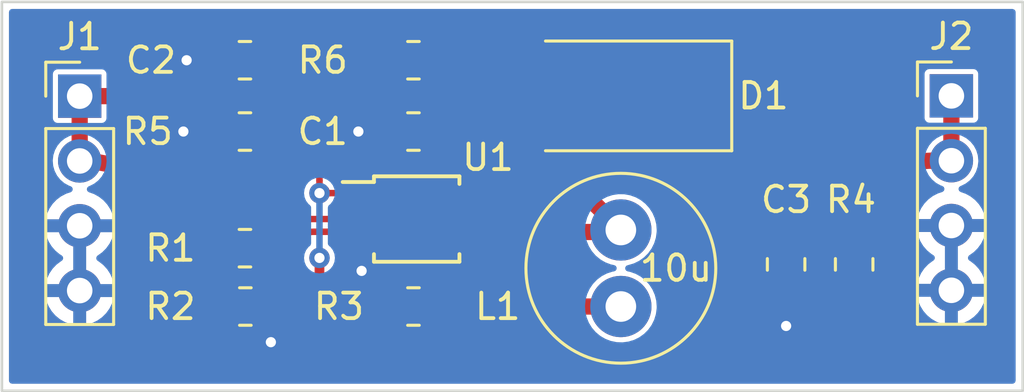
<source format=kicad_pcb>
(kicad_pcb (version 20211014) (generator pcbnew)
  (layers (0 "F.Cu" signal) (31 "B.Cu" signal) (34 "B.Paste" user) (35 "F.Paste" user) (36 "B.SilkS" user "B.Silkscreen") (37 "F.SilkS" user "F.Silkscreen") (38 "B.Mask" user) (39 "F.Mask" user) (44 "Edge.Cuts" user))
  (net 0 "")
  (net 1 "Net-(C1-Pad1)")
  (net 2 "GND")
  (net 3 "Net-(C2-Pad1)")
  (net 4 "Net-(C3-Pad1)")
  (net 5 "Net-(D1-Pad2)")
  (net 6 "Net-(L1-Pad1)")
  (net 7 "Net-(R1-Pad2)")
  (net 8 "Net-(R4-Pad2)")
  (net 9 "Net-(R6-Pad1)")
  (footprint "Inductor_THT:L_Radial_D7.2mm_P3.00mm_Murata_1700" (layer "F.Cu") (at 171.577 93.472 90)
    (fp_text reference "L1" (at 0 -4.826 180) (layer "F.SilkS"))
    (fp_text value "10u" (at 1.5 2.159) (layer "F.SilkS"))
    (fp_circle (center 1.5 0) (end 5.22 0) (layer "F.SilkS") (width 0.12) (fill none))
    (pad "1" thru_hole circle (at 0 0 90) (size 2.4 2.4) (drill 1.2) (layers *.Cu *.Mask) (net 6 "Net-(L1-Pad1)"))
    (pad "2" thru_hole circle (at 3 0 90) (size 2.4 2.4) (drill 1.2) (layers *.Cu *.Mask) (net 5 "Net-(D1-Pad2)"))
  )
  (footprint "Resistor_SMD:R_0805_2012Metric_Pad1.20x1.40mm_HandSolder" (layer "F.Cu") (at 180.721 91.821 -90)
    (fp_text reference "R4" (at -2.54 0.127 180) (layer "F.SilkS"))
    (fp_text value "1Meg")
    (fp_line (start -0.227064 -0.735) (end 0.227064 -0.735) (layer "F.SilkS") (width 0.12))
    (fp_line (start -0.227064 0.735) (end 0.227064 0.735) (layer "F.SilkS") (width 0.12))
    (pad "1" smd roundrect (at -1 0 270) (size 1.2 1.4) (layers "F.Cu" "F.Paste" "F.Mask") (roundrect_rratio 0.208333) (net 4 "Net-(C3-Pad1)"))
    (pad "2" smd roundrect (at 1 0 270) (size 1.2 1.4) (layers "F.Cu" "F.Paste" "F.Mask") (roundrect_rratio 0.208333) (net 8 "Net-(R4-Pad2)"))
  )
  (footprint "Resistor_SMD:R_0805_2012Metric_Pad1.20x1.40mm_HandSolder" (layer "F.Cu") (at 156.845 86.614 180)
    (fp_text reference "R5" (at 3.81 0) (layer "F.SilkS"))
    (fp_text value "100k")
    (fp_line (start -0.227064 0.735) (end 0.227064 0.735) (layer "F.SilkS") (width 0.12))
    (fp_line (start -0.227064 -0.735) (end 0.227064 -0.735) (layer "F.SilkS") (width 0.12))
    (pad "1" smd roundrect (at -1 0 180) (size 1.2 1.4) (layers "F.Cu" "F.Paste" "F.Mask") (roundrect_rratio 0.208333) (net 8 "Net-(R4-Pad2)"))
    (pad "2" smd roundrect (at 1 0 180) (size 1.2 1.4) (layers "F.Cu" "F.Paste" "F.Mask") (roundrect_rratio 0.208333) (net 2 "GND"))
  )
  (footprint "Diode_SMD:D_SMB_Handsoldering" (layer "F.Cu") (at 171.323 85.217 180)
    (fp_text reference "D1" (at -5.842 0) (layer "F.SilkS"))
    (fp_text value "FM240A")
    (fp_line (start -4.6 -2.15) (end -4.6 2.15) (layer "F.SilkS") (width 0.12))
    (fp_line (start -4.6 -2.15) (end 2.7 -2.15) (layer "F.SilkS") (width 0.12))
    (fp_line (start -4.6 2.15) (end 2.7 2.15) (layer "F.SilkS") (width 0.12))
    (pad "1" smd rect (at -2.7 0 180) (size 3.5 2.3) (layers "F.Cu" "F.Paste" "F.Mask") (net 4 "Net-(C3-Pad1)"))
    (pad "2" smd rect (at 2.7 0 180) (size 3.5 2.3) (layers "F.Cu" "F.Paste" "F.Mask") (net 5 "Net-(D1-Pad2)"))
  )
  (footprint "Connector_PinHeader_2.54mm:PinHeader_1x04_P2.54mm_Vertical" (layer "F.Cu") (at 150.368 85.227)
    (fp_text reference "J1" (at 0 -2.33) (layer "F.SilkS"))
    (fp_text value "Conn_01x04")
    (fp_line (start -1.33 1.27) (end 1.33 1.27) (layer "F.SilkS") (width 0.12))
    (fp_line (start -1.33 0) (end -1.33 -1.33) (layer "F.SilkS") (width 0.12))
    (fp_line (start -1.33 -1.33) (end 0 -1.33) (layer "F.SilkS") (width 0.12))
    (fp_line (start 1.33 1.27) (end 1.33 8.95) (layer "F.SilkS") (width 0.12))
    (fp_line (start -1.33 1.27) (end -1.33 8.95) (layer "F.SilkS") (width 0.12))
    (fp_line (start -1.33 8.95) (end 1.33 8.95) (layer "F.SilkS") (width 0.12))
    (pad "1" thru_hole rect locked (at 0 0) (size 1.7 1.7) (drill 1) (layers *.Cu *.Mask) (net 1 "Net-(C1-Pad1)"))
    (pad "2" thru_hole oval locked (at 0 2.54) (size 1.7 1.7) (drill 1) (layers *.Cu *.Mask) (net 1 "Net-(C1-Pad1)"))
    (pad "3" thru_hole oval locked (at 0 5.08) (size 1.7 1.7) (drill 1) (layers *.Cu *.Mask) (net 2 "GND"))
    (pad "4" thru_hole oval locked (at 0 7.62) (size 1.7 1.7) (drill 1) (layers *.Cu *.Mask) (net 2 "GND"))
  )
  (footprint "Resistor_SMD:R_0805_2012Metric_Pad1.20x1.40mm_HandSolder" (layer "F.Cu") (at 163.449 86.614 180)
    (fp_text reference "C1" (at 3.556 0) (layer "F.SilkS"))
    (fp_text value "4u7")
    (fp_line (start -0.227064 -0.735) (end 0.227064 -0.735) (layer "F.SilkS") (width 0.12))
    (fp_line (start -0.227064 0.735) (end 0.227064 0.735) (layer "F.SilkS") (width 0.12))
    (pad "1" smd roundrect (at -1 0 180) (size 1.2 1.4) (layers "F.Cu" "F.Paste" "F.Mask") (roundrect_rratio 0.208333) (net 1 "Net-(C1-Pad1)"))
    (pad "2" smd roundrect (at 1 0 180) (size 1.2 1.4) (layers "F.Cu" "F.Paste" "F.Mask") (roundrect_rratio 0.208333) (net 2 "GND"))
  )
  (footprint "Resistor_SMD:R_0805_2012Metric_Pad1.20x1.40mm_HandSolder" (layer "F.Cu") (at 156.845 83.82 180)
    (fp_text reference "C2" (at 3.683 0) (layer "F.SilkS"))
    (fp_text value "10n")
    (fp_line (start -0.227064 -0.735) (end 0.227064 -0.735) (layer "F.SilkS") (width 0.12))
    (fp_line (start -0.227064 0.735) (end 0.227064 0.735) (layer "F.SilkS") (width 0.12))
    (pad "1" smd roundrect (at -1 0 180) (size 1.2 1.4) (layers "F.Cu" "F.Paste" "F.Mask") (roundrect_rratio 0.208333) (net 3 "Net-(C2-Pad1)"))
    (pad "2" smd roundrect (at 1 0 180) (size 1.2 1.4) (layers "F.Cu" "F.Paste" "F.Mask") (roundrect_rratio 0.208333) (net 2 "GND"))
  )
  (footprint "Resistor_SMD:R_0805_2012Metric_Pad1.20x1.40mm_HandSolder" (layer "F.Cu") (at 178.054 91.821 -90)
    (fp_text reference "C3" (at -2.54 0 180) (layer "F.SilkS"))
    (fp_text value "4u7")
    (fp_line (start -0.227064 -0.735) (end 0.227064 -0.735) (layer "F.SilkS") (width 0.12))
    (fp_line (start -0.227064 0.735) (end 0.227064 0.735) (layer "F.SilkS") (width 0.12))
    (pad "1" smd roundrect (at -1 0 270) (size 1.2 1.4) (layers "F.Cu" "F.Paste" "F.Mask") (roundrect_rratio 0.208333) (net 4 "Net-(C3-Pad1)"))
    (pad "2" smd roundrect (at 1 0 270) (size 1.2 1.4) (layers "F.Cu" "F.Paste" "F.Mask") (roundrect_rratio 0.208333) (net 2 "GND"))
  )
  (footprint "Package_SO:MSOP-10_3x3mm_P0.5mm" (layer "F.Cu") (at 163.576 90.043)
    (fp_text reference "U1" (at 2.794 -2.413) (layer "F.SilkS"))
    (fp_text value "LT1618")
    (fp_line (start 1.675 -1.675) (end 1.675 -1.375) (layer "F.SilkS") (width 0.15))
    (fp_line (start 1.675 1.675) (end 1.675 1.375) (layer "F.SilkS") (width 0.15))
    (fp_line (start -1.675 -1.675) (end 1.675 -1.675) (layer "F.SilkS") (width 0.15))
    (fp_line (start -1.675 1.675) (end -1.675 1.375) (layer "F.SilkS") (width 0.15))
    (fp_line (start -1.675 1.675) (end 1.675 1.675) (layer "F.SilkS") (width 0.15))
    (fp_line (start -1.675 -1.45) (end -2.9 -1.45) (layer "F.SilkS") (width 0.15))
    (fp_line (start -1.675 -1.675) (end -1.675 -1.45) (layer "F.SilkS") (width 0.15))
    (pad "1" smd rect (at -2.2 -1) (size 1.4 0.3) (layers "F.Cu" "F.Paste" "F.Mask") (net 8 "Net-(R4-Pad2)"))
    (pad "2" smd rect (at -2.2 -0.5) (size 1.4 0.3) (layers "F.Cu" "F.Paste" "F.Mask") (net 6 "Net-(L1-Pad1)"))
    (pad "3" smd rect (at -2.2 0) (size 1.4 0.3) (layers "F.Cu" "F.Paste" "F.Mask") (net 1 "Net-(C1-Pad1)"))
    (pad "4" smd rect (at -2.2 0.5) (size 1.4 0.3) (layers "F.Cu" "F.Paste" "F.Mask") (net 7 "Net-(R1-Pad2)"))
    (pad "5" smd rect (at -2.2 1) (size 1.4 0.3) (layers "F.Cu" "F.Paste" "F.Mask") (net 2 "GND"))
    (pad "6" smd rect (at 2.2 1) (size 1.4 0.3) (layers "F.Cu" "F.Paste" "F.Mask"))
    (pad "7" smd rect (at 2.2 0.5) (size 1.4 0.3) (layers "F.Cu" "F.Paste" "F.Mask") (net 5 "Net-(D1-Pad2)"))
    (pad "8" smd rect (at 2.2 0) (size 1.4 0.3) (layers "F.Cu" "F.Paste" "F.Mask") (net 1 "Net-(C1-Pad1)"))
    (pad "9" smd rect (at 2.2 -0.5) (size 1.4 0.3) (layers "F.Cu" "F.Paste" "F.Mask") (net 1 "Net-(C1-Pad1)"))
    (pad "10" smd rect (at 2.2 -1) (size 1.4 0.3) (layers "F.Cu" "F.Paste" "F.Mask") (net 9 "Net-(R6-Pad1)"))
  )
  (footprint "Connector_PinHeader_2.54mm:PinHeader_1x04_P2.54mm_Vertical" (layer "F.Cu") (at 184.531 85.217)
    (fp_text reference "J2" (at 0 -2.33) (layer "F.SilkS"))
    (fp_text value "Conn_01x04")
    (fp_line (start -1.33 1.27) (end -1.33 8.95) (layer "F.SilkS") (width 0.12))
    (fp_line (start -1.33 0) (end -1.33 -1.33) (layer "F.SilkS") (width 0.12))
    (fp_line (start -1.33 8.95) (end 1.33 8.95) (layer "F.SilkS") (width 0.12))
    (fp_line (start -1.33 -1.33) (end 0 -1.33) (layer "F.SilkS") (width 0.12))
    (fp_line (start 1.33 1.27) (end 1.33 8.95) (layer "F.SilkS") (width 0.12))
    (fp_line (start -1.33 1.27) (end 1.33 1.27) (layer "F.SilkS") (width 0.12))
    (pad "1" thru_hole rect (at 0 0) (size 1.7 1.7) (drill 1) (layers *.Cu *.Mask) (net 4 "Net-(C3-Pad1)"))
    (pad "2" thru_hole oval (at 0 2.54) (size 1.7 1.7) (drill 1) (layers *.Cu *.Mask) (net 4 "Net-(C3-Pad1)"))
    (pad "3" thru_hole oval (at 0 5.08) (size 1.7 1.7) (drill 1) (layers *.Cu *.Mask) (net 2 "GND"))
    (pad "4" thru_hole oval (at 0 7.62) (size 1.7 1.7) (drill 1) (layers *.Cu *.Mask) (net 2 "GND"))
  )
  (footprint "Resistor_SMD:R_0805_2012Metric_Pad1.20x1.40mm_HandSolder" (layer "F.Cu") (at 156.861 93.472)
    (fp_text reference "R2" (at -2.937 0) (layer "F.SilkS"))
    (fp_text value "2k")
    (fp_line (start -0.227064 -0.735) (end 0.227064 -0.735) (layer "F.SilkS") (width 0.12))
    (fp_line (start -0.227064 0.735) (end 0.227064 0.735) (layer "F.SilkS") (width 0.12))
    (pad "1" smd roundrect (at -1 0) (size 1.2 1.4) (layers "F.Cu" "F.Paste" "F.Mask") (roundrect_rratio 0.208333) (net 7 "Net-(R1-Pad2)"))
    (pad "2" smd roundrect (at 1 0) (size 1.2 1.4) (layers "F.Cu" "F.Paste" "F.Mask") (roundrect_rratio 0.208333) (net 2 "GND"))
  )
  (footprint "Resistor_SMD:R_0805_2012Metric_Pad1.20x1.40mm_HandSolder" (layer "F.Cu") (at 163.449 83.82 180)
    (fp_text reference "R6" (at 3.556 0) (layer "F.SilkS"))
    (fp_text value "2k")
    (fp_line (start -0.227064 0.735) (end 0.227064 0.735) (layer "F.SilkS") (width 0.12))
    (fp_line (start -0.227064 -0.735) (end 0.227064 -0.735) (layer "F.SilkS") (width 0.12))
    (pad "1" smd roundrect (at -1 0 180) (size 1.2 1.4) (layers "F.Cu" "F.Paste" "F.Mask") (roundrect_rratio 0.208333) (net 9 "Net-(R6-Pad1)"))
    (pad "2" smd roundrect (at 1 0 180) (size 1.2 1.4) (layers "F.Cu" "F.Paste" "F.Mask") (roundrect_rratio 0.208333) (net 3 "Net-(C2-Pad1)"))
  )
  (footprint "Resistor_SMD:R_0805_2012Metric_Pad1.20x1.40mm_HandSolder" (layer "F.Cu") (at 163.449 93.472)
    (fp_text reference "R3" (at -2.921 0) (layer "F.SilkS"))
    (fp_text value "0R1")
    (fp_line (start -0.227064 0.735) (end 0.227064 0.735) (layer "F.SilkS") (width 0.12))
    (fp_line (start -0.227064 -0.735) (end 0.227064 -0.735) (layer "F.SilkS") (width 0.12))
    (pad "1" smd roundrect (at -1 0) (size 1.2 1.4) (layers "F.Cu" "F.Paste" "F.Mask") (roundrect_rratio 0.208333) (net 1 "Net-(C1-Pad1)"))
    (pad "2" smd roundrect (at 1 0) (size 1.2 1.4) (layers "F.Cu" "F.Paste" "F.Mask") (roundrect_rratio 0.208333) (net 6 "Net-(L1-Pad1)"))
  )
  (footprint "Resistor_SMD:R_0805_2012Metric_Pad1.20x1.40mm_HandSolder" (layer "F.Cu") (at 156.845 91.186)
    (fp_text reference "R1" (at -2.921 0) (layer "F.SilkS"))
    (fp_text value "27k")
    (fp_line (start -0.227064 0.735) (end 0.227064 0.735) (layer "F.SilkS") (width 0.12))
    (fp_line (start -0.227064 -0.735) (end 0.227064 -0.735) (layer "F.SilkS") (width 0.12))
    (pad "1" smd roundrect (at -1 0) (size 1.2 1.4) (layers "F.Cu" "F.Paste" "F.Mask") (roundrect_rratio 0.208333) (net 1 "Net-(C1-Pad1)"))
    (pad "2" smd roundrect (at 1 0) (size 1.2 1.4) (layers "F.Cu" "F.Paste" "F.Mask") (roundrect_rratio 0.208333) (net 7 "Net-(R1-Pad2)"))
  )
  (gr_rect (start 147.32 96.774) (end 187.325 81.534) (layer "Edge.Cuts") (width 0.1) (fill none))
  (segment (start 164.465 89.281) (end 164.465 86.63) (width 0.508) (layer "F.Cu") (net 1))
  (segment (start 165.776 89.543) (end 164.727 89.543) (width 0.25) (layer "F.Cu") (net 1))
  (segment (start 161.376 90.043) (end 156.988 90.043) (width 0.25) (layer "F.Cu") (net 1))
  (segment (start 150.368 85.227) (end 163.062 85.227) (width 0.635) (layer "F.Cu") (net 1))
  (segment (start 150.368 85.227) (end 150.368 87.767) (width 0.635) (layer "F.Cu") (net 1))
  (segment (start 164.465 86.63) (end 164.449 86.614) (width 0.508) (layer "F.Cu") (net 1))
  (segment (start 153.881226 89.222226) (end 155.845 91.186) (width 0.635) (layer "F.Cu") (net 1))
  (segment (start 162.687 90.350978) (end 162.687 93.234) (width 0.254) (layer "F.Cu") (net 1))
  (segment (start 165.776 89.543) (end 165.776 90.043) (width 0.25) (layer "F.Cu") (net 1))
  (segment (start 161.376 90.043) (end 162.379022 90.043) (width 0.254) (layer "F.Cu") (net 1))
  (arc (start 150.368 87.767) (mid 152.269344 88.145201) (end 153.881226 89.222226) (width 0.635) (layer "F.Cu") (net 1))
  (arc (start 163.062 85.227) (mid 164.042757 85.633243) (end 164.449 86.614) (width 0.635) (layer "F.Cu") (net 1))
  (arc (start 162.379022 90.043) (mid 162.596795 90.133205) (end 162.687 90.350978) (width 0.254) (layer "F.Cu") (net 1))
  (arc (start 162.687 93.234) (mid 162.617291 93.402291) (end 162.449 93.472) (width 0.254) (layer "F.Cu") (net 1))
  (arc (start 164.727 89.543) (mid 164.541738 89.466262) (end 164.465 89.281) (width 0.25) (layer "F.Cu") (net 1))
  (arc (start 156.988 90.043) (mid 156.179777 90.377777) (end 155.845 91.186) (width 0.25) (layer "F.Cu") (net 1))
  (segment (start 155.845 83.82) (end 154.559 83.82) (width 0.381) (layer "F.Cu") (net 2))
  (segment (start 178.054 92.821) (end 178.054 94.234) (width 0.635) (layer "F.Cu") (net 2))
  (segment (start 161.417 91.084) (end 161.376 91.043) (width 0.254) (layer "F.Cu") (net 2))
  (segment (start 157.861 93.472) (end 157.861 94.869) (width 0.635) (layer "F.Cu") (net 2))
  (segment (start 154.432 86.614) (end 155.845 86.614) (width 0.381) (layer "F.Cu") (net 2))
  (segment (start 161.29 86.614) (end 162.449 86.614) (width 0.635) (layer "F.Cu") (net 2))
  (segment (start 161.417 92.075) (end 161.417 91.084) (width 0.254) (layer "F.Cu") (net 2))
  (via (at 161.29 86.614) (size 0.8) (drill 0.4) (layers "F.Cu" "B.Cu") (net 2))
  (via (at 154.432 86.614) (size 0.8) (drill 0.4) (layers "F.Cu" "B.Cu") (net 2))
  (via (at 157.861 94.869) (size 0.8) (drill 0.4) (layers "F.Cu" "B.Cu") (net 2))
  (via (at 178.054 94.234) (size 0.8) (drill 0.4) (layers "F.Cu" "B.Cu") (net 2))
  (via (at 161.417 92.075) (size 0.8) (drill 0.4) (layers "F.Cu" "B.Cu") (net 2))
  (via (at 154.559 83.82) (size 0.8) (drill 0.4) (layers "F.Cu" "B.Cu") (net 2))
  (segment (start 157.845 83.82) (end 162.449 83.82) (width 0.254) (layer "F.Cu") (net 3))
  (segment (start 183.785 87.757) (end 184.531 87.757) (width 0.635) (layer "F.Cu") (net 4))
  (segment (start 178.054 90.821) (end 180.721 90.821) (width 0.635) (layer "F.Cu") (net 4))
  (segment (start 184.531 85.217) (end 184.531 87.757) (width 0.635) (layer "F.Cu") (net 4))
  (segment (start 174.023 85.217) (end 176.94172 88.13572) (width 0.635) (layer "F.Cu") (net 4))
  (arc (start 180.721 90.821) (mid 181.618425 88.654425) (end 183.785 87.757) (width 0.635) (layer "F.Cu") (net 4))
  (arc (start 176.94172 88.13572) (mid 177.764927 89.367737) (end 178.054 90.821) (width 0.635) (layer "F.Cu") (net 4))
  (segment (start 171.577 90.472) (end 170.250053 89.145053) (width 0.635) (layer "F.Cu") (net 5))
  (segment (start 167.64 90.551) (end 165.784 90.551) (width 0.254) (layer "F.Cu") (net 5))
  (segment (start 170.99 90.551) (end 167.64 90.551) (width 0.635) (layer "F.Cu") (net 5))
  (arc (start 171.069 90.472) (mid 171.045861 90.527861) (end 170.99 90.551) (width 0.635) (layer "F.Cu") (net 5))
  (arc (start 165.784 90.551) (mid 165.778343 90.548657) (end 165.776 90.543) (width 0.254) (layer "F.Cu") (net 5))
  (arc (start 170.250053 89.145053) (mid 169.045857 87.342847) (end 168.623 85.217) (width 0.635) (layer "F.Cu") (net 5))
  (segment (start 164.084 90.955299) (end 164.084 93.107) (width 0.254) (layer "F.Cu") (net 6))
  (segment (start 161.376 89.543) (end 162.671701 89.543) (width 0.254) (layer "F.Cu") (net 6))
  (segment (start 164.449 93.472) (end 171.069 93.472) (width 0.635) (layer "F.Cu") (net 6))
  (arc (start 162.671701 89.543) (mid 163.670347 89.956653) (end 164.084 90.955299) (width 0.254) (layer "F.Cu") (net 6))
  (arc (start 164.084 93.107) (mid 164.190906 93.365094) (end 164.449 93.472) (width 0.254) (layer "F.Cu") (net 6))
  (segment (start 161.376 90.543) (end 159.562129 90.543) (width 0.254) (layer "F.Cu") (net 7))
  (segment (start 158.00979 91.186) (end 157.845 91.186) (width 0.254) (layer "F.Cu") (net 7))
  (segment (start 156.074546 92.956454) (end 157.845 91.186) (width 0.25) (layer "F.Cu") (net 7))
  (arc (start 159.562129 90.543) (mid 159.053876 90.644098) (end 158.623 90.932) (width 0.254) (layer "F.Cu") (net 7))
  (arc (start 158.623 90.932) (mid 158.341657 91.119988) (end 158.00979 91.186) (width 0.254) (layer "F.Cu") (net 7))
  (arc (start 155.861 93.472) (mid 155.916499 93.192989) (end 156.074546 92.956454) (width 0.25) (layer "F.Cu") (net 7))
  (segment (start 160.147 89.027) (end 161.36 89.027) (width 0.254) (layer "F.Cu") (net 8))
  (segment (start 159.766 91.567) (end 159.766 93.98) (width 0.381) (layer "F.Cu") (net 8))
  (segment (start 159.766 88.535) (end 159.766 89.027) (width 0.254) (layer "F.Cu") (net 8))
  (segment (start 161.376 89.043) (end 160.544 89.043) (width 0.254) (layer "F.Cu") (net 8))
  (segment (start 177.911 95.631) (end 161.417 95.631) (width 0.381) (layer "F.Cu") (net 8))
  (via (at 159.766 91.567) (size 0.8) (drill 0.4) (layers "F.Cu" "B.Cu") (net 8))
  (via (at 159.766 89.027) (size 0.8) (drill 0.4) (layers "F.Cu" "B.Cu") (net 8))
  (arc (start 159.766 93.98) (mid 160.249567 95.147433) (end 161.417 95.631) (width 0.381) (layer "F.Cu") (net 8))
  (arc (start 160.02 88.9) (mid 160.057197 88.989803) (end 160.147 89.027) (width 0.254) (layer "F.Cu") (net 8))
  (arc (start 157.845 86.614) (mid 159.203352 87.176648) (end 159.766 88.535) (width 0.254) (layer "F.Cu") (net 8))
  (arc (start 180.721 92.821) (mid 179.89797 94.80797) (end 177.911 95.631) (width 0.381) (layer "F.Cu") (net 8))
  (arc (start 161.36 89.027) (mid 161.371314 89.031686) (end 161.376 89.043) (width 0.254) (layer "F.Cu") (net 8))
  (segment (start 159.766 91.567) (end 159.766 89.027) (width 0.254) (layer "B.Cu") (net 8))
  (segment (start 164.449 83.82) (end 164.592 83.82) (width 0.254) (layer "F.Cu") (net 9))
  (segment (start 165.862 85.09) (end 165.862 88.957) (width 0.254) (layer "F.Cu") (net 9))
  (arc (start 165.862 88.957) (mid 165.836811 89.017811) (end 165.776 89.043) (width 0.254) (layer "F.Cu") (net 9))
  (arc (start 164.592 83.82) (mid 165.490026 84.191974) (end 165.862 85.09) (width 0.254) (layer "F.Cu") (net 9))
  (zone (net 2) (net_name "GND") (layer "B.Cu") (name "GND") (connect_pads (clearance 0.2)) (min_thickness 0.254) (fill yes (thermal_gap 0.508) (thermal_bridge_width 0.508))
    (polygon (pts (xy 187.071 96.52) (xy 147.574 96.52) (xy 147.574 81.788) (xy 187.071 81.788)))
  )
)
</source>
